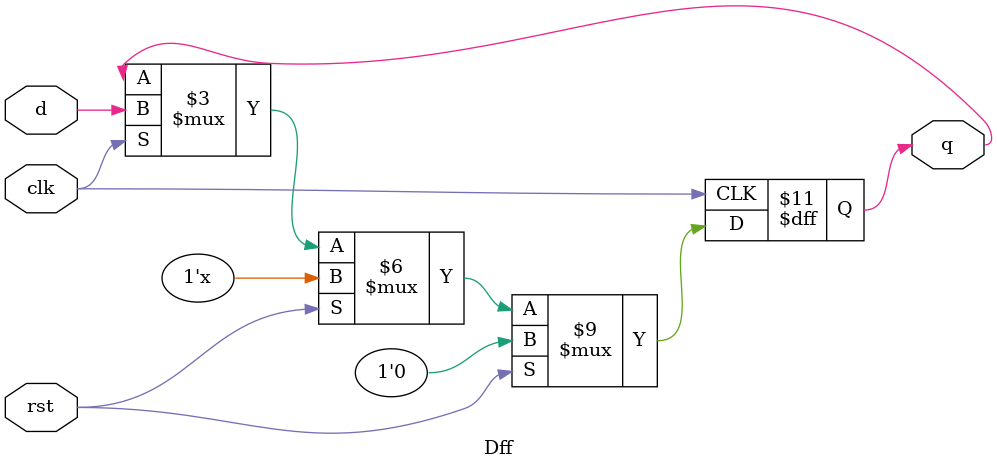
<source format=v>
module Dff(
    input clk,
    input rst,
    input d,
    output reg q
    );
      always @ (posedge clk)
      begin
      if(rst)
        q=0;
        
      else if(clk)
     
        q = d ;
      end
endmodule

</source>
